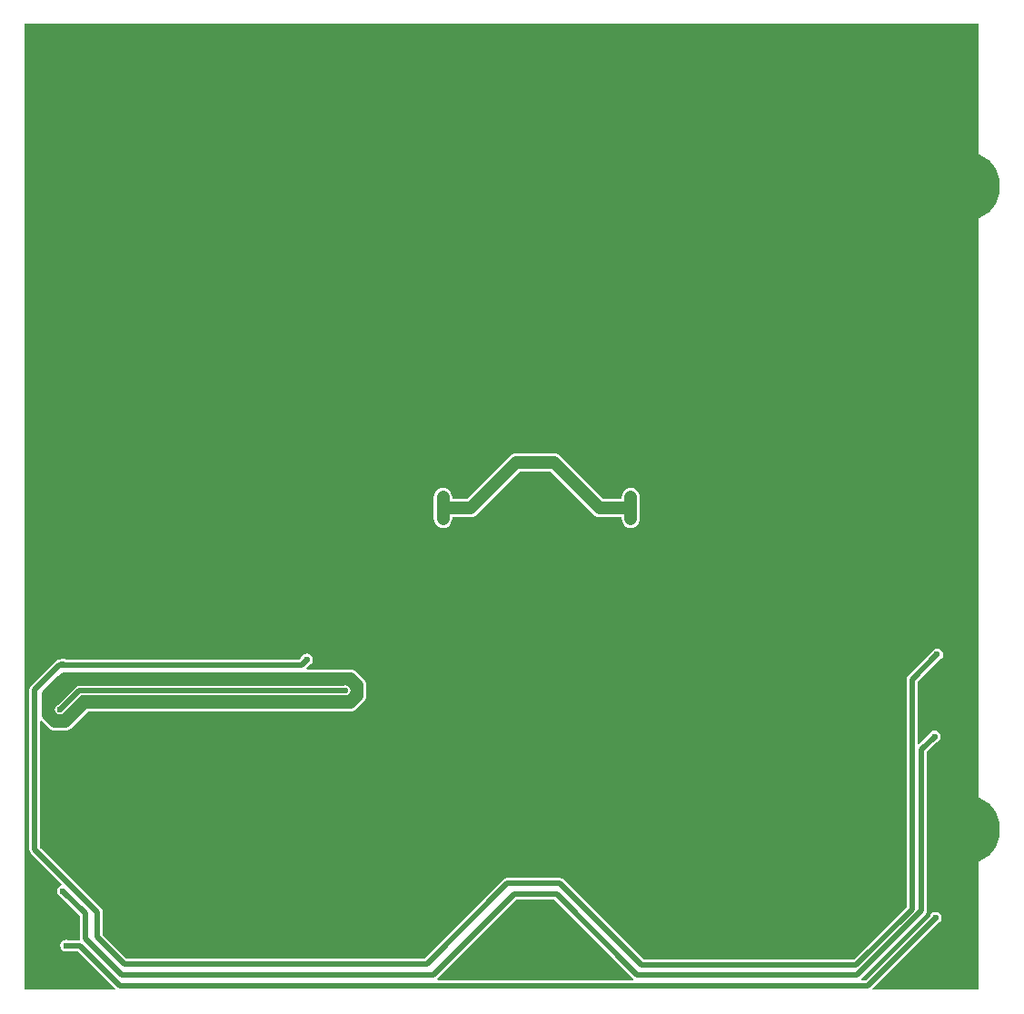
<source format=gtl>
%FSLAX44Y44*%
%MOMM*%
G71*
G01*
G75*
G04 Layer_Physical_Order=1*
G04 Layer_Color=255*
%ADD10C,0.5000*%
%ADD11C,1.0000*%
%ADD12C,1.2000*%
%ADD13C,6.5000*%
%ADD14C,0.6000*%
G36*
X1428395Y911395D02*
X1428518Y911313D01*
X1428149Y910098D01*
X1245851D01*
X1245482Y911313D01*
X1245605Y911395D01*
X1245605Y911395D01*
X1245605Y911395D01*
X1319112Y984902D01*
X1354888D01*
X1428395Y911395D01*
D02*
G37*
G36*
X1749895Y900895D02*
X1651764D01*
X1651278Y902068D01*
X1712000Y962790D01*
X1712146Y962819D01*
X1713965Y964035D01*
X1715181Y965854D01*
X1715608Y968000D01*
X1715181Y970146D01*
X1713965Y971965D01*
X1712146Y973181D01*
X1710000Y973608D01*
X1707854Y973181D01*
X1706035Y971965D01*
X1704819Y970146D01*
X1704790Y970000D01*
X1644888Y910098D01*
X1640851D01*
X1640482Y911313D01*
X1640605Y911395D01*
X1640605Y911395D01*
X1640605Y911395D01*
X1700605Y971395D01*
X1701710Y973049D01*
X1701774Y973373D01*
X1702098Y975000D01*
Y1122888D01*
X1711000Y1131790D01*
X1711146Y1131819D01*
X1712965Y1133035D01*
X1714181Y1134854D01*
X1714608Y1137000D01*
X1714181Y1139146D01*
X1712965Y1140965D01*
X1711146Y1142181D01*
X1709000Y1142608D01*
X1706854Y1142181D01*
X1705035Y1140965D01*
X1703819Y1139146D01*
X1703790Y1139000D01*
X1694271Y1129481D01*
X1693098Y1129967D01*
Y1187888D01*
X1713500Y1208290D01*
X1713646Y1208319D01*
X1715465Y1209535D01*
X1716681Y1211354D01*
X1717108Y1213500D01*
X1716681Y1215646D01*
X1715465Y1217465D01*
X1713646Y1218681D01*
X1711500Y1219108D01*
X1709354Y1218681D01*
X1707535Y1217465D01*
X1706319Y1215646D01*
X1706290Y1215500D01*
X1684395Y1193605D01*
X1683290Y1191951D01*
X1682902Y1190000D01*
Y978112D01*
X1633888Y929098D01*
X1438112D01*
X1363605Y1003605D01*
X1361951Y1004710D01*
X1360000Y1005098D01*
X1311000D01*
X1309049Y1004710D01*
X1307395Y1003605D01*
X1233888Y930098D01*
X956112D01*
X934098Y952112D01*
Y973000D01*
X933710Y974951D01*
X932605Y976605D01*
X875598Y1033612D01*
Y1151074D01*
X876771Y1151560D01*
X883680Y1144651D01*
X883680Y1144651D01*
X885247Y1143449D01*
D01*
D01*
Y1143449D01*
X885247Y1143449D01*
D01*
D01*
X885247D01*
Y1143449D01*
D01*
X885247D01*
Y1143449D01*
X887072Y1142693D01*
X889029Y1142435D01*
X889030Y1142435D01*
X898971D01*
X900928Y1142693D01*
X902219Y1143227D01*
X902753Y1143449D01*
X904320Y1144651D01*
X920104Y1160435D01*
X1164971D01*
X1166928Y1160693D01*
X1168219Y1161227D01*
X1168753Y1161449D01*
X1170320Y1162651D01*
X1177349Y1169680D01*
X1177349Y1169680D01*
X1178551Y1171247D01*
X1179307Y1173072D01*
X1179307Y1173072D01*
X1179307Y1173072D01*
X1179565Y1175030D01*
X1179565Y1175030D01*
Y1184970D01*
X1179565Y1184971D01*
X1179307Y1186928D01*
X1178551Y1188753D01*
X1177349Y1190320D01*
X1177349Y1190320D01*
X1170320Y1197349D01*
X1168753Y1198551D01*
X1168219Y1198773D01*
X1166928Y1199307D01*
X1164971Y1199565D01*
X1123934D01*
X1123448Y1200738D01*
X1126000Y1203290D01*
X1126146Y1203319D01*
X1127965Y1204535D01*
X1129181Y1206354D01*
X1129608Y1208500D01*
X1129181Y1210646D01*
X1127965Y1212465D01*
X1126146Y1213681D01*
X1124000Y1214108D01*
X1121854Y1213681D01*
X1120035Y1212465D01*
X1118819Y1210646D01*
X1118790Y1210500D01*
X1116888Y1208598D01*
X900018D01*
X899146Y1209181D01*
X897000Y1209608D01*
X894854Y1209181D01*
X893982Y1208598D01*
X893236D01*
X891286Y1208210D01*
X889632Y1207105D01*
X866895Y1184368D01*
X865790Y1182714D01*
X865402Y1180763D01*
Y1031500D01*
X865402Y1031500D01*
X865402D01*
X865790Y1029549D01*
X866895Y1027895D01*
X895366Y999425D01*
X894997Y998209D01*
X894854Y998181D01*
X893035Y996965D01*
X891819Y995146D01*
X891392Y993000D01*
X891819Y990854D01*
X893035Y989035D01*
X894854Y987819D01*
X895000Y987790D01*
X912902Y969888D01*
Y949000D01*
X912902Y949000D01*
X912902D01*
X913085Y948080D01*
X912279Y947098D01*
X902270D01*
X902146Y947181D01*
X900000Y947608D01*
X897854Y947181D01*
X896035Y945965D01*
X894819Y944146D01*
X894392Y942000D01*
X894819Y939854D01*
X896035Y938035D01*
X897854Y936819D01*
X900000Y936392D01*
X902146Y936819D01*
X902270Y936902D01*
X910888D01*
X945722Y902068D01*
X945236Y900895D01*
X860895D01*
Y1800895D01*
X1749895D01*
Y900895D01*
D02*
G37*
G36*
X1172000Y1185000D02*
Y1184971D01*
Y1178000D01*
X1164971Y1170971D01*
Y1168000D01*
X916264D01*
X901000Y1152737D01*
Y1150000D01*
X889029D01*
X882000Y1157029D01*
Y1175000D01*
X898000Y1191000D01*
Y1192000D01*
X1161000D01*
X1163000Y1194000D01*
X1172000Y1185000D01*
D02*
G37*
%LPC*%
G36*
X1354604Y1401073D02*
X1319396D01*
X1317177Y1400781D01*
X1315715Y1400176D01*
X1315109Y1399925D01*
X1313334Y1398562D01*
X1273345Y1358573D01*
X1259573D01*
Y1360000D01*
X1259281Y1362219D01*
X1258425Y1364287D01*
X1257062Y1366062D01*
X1255287Y1367425D01*
X1253219Y1368281D01*
X1251000Y1368573D01*
X1248781Y1368281D01*
X1246713Y1367425D01*
X1244938Y1366062D01*
X1243575Y1364287D01*
X1242719Y1362219D01*
X1242427Y1360000D01*
Y1350000D01*
Y1340000D01*
X1242719Y1337781D01*
X1243575Y1335713D01*
X1244938Y1333938D01*
X1246713Y1332575D01*
X1248781Y1331719D01*
X1251000Y1331427D01*
X1253219Y1331719D01*
X1255287Y1332575D01*
X1257062Y1333938D01*
X1258425Y1335713D01*
X1259281Y1337781D01*
X1259573Y1340000D01*
Y1341427D01*
X1276896D01*
X1279115Y1341719D01*
X1281183Y1342575D01*
X1282958Y1343938D01*
X1282958Y1343938D01*
X1282958Y1343938D01*
X1322947Y1383927D01*
X1351053D01*
X1391042Y1343938D01*
X1392817Y1342575D01*
X1394885Y1341719D01*
X1397104Y1341427D01*
X1417427D01*
Y1340000D01*
X1417719Y1337781D01*
X1418575Y1335713D01*
X1419938Y1333938D01*
X1421713Y1332575D01*
X1423781Y1331719D01*
X1426000Y1331427D01*
X1428219Y1331719D01*
X1430287Y1332575D01*
X1432062Y1333938D01*
X1433425Y1335713D01*
X1434281Y1337781D01*
X1434573Y1340000D01*
Y1350000D01*
Y1360000D01*
X1434281Y1362219D01*
X1433425Y1364287D01*
X1432062Y1366062D01*
X1430287Y1367425D01*
X1428219Y1368281D01*
X1426000Y1368573D01*
X1423781Y1368281D01*
X1421713Y1367425D01*
X1419938Y1366062D01*
X1418575Y1364287D01*
X1417719Y1362219D01*
X1417427Y1360000D01*
Y1358573D01*
X1400655D01*
X1360666Y1398562D01*
X1358891Y1399925D01*
X1358285Y1400176D01*
X1356823Y1400781D01*
X1354604Y1401073D01*
D02*
G37*
G36*
X1160000Y1184613D02*
X1158235Y1184261D01*
X1157997Y1184103D01*
X912000D01*
X910430Y1183791D01*
X909099Y1182901D01*
X892515Y1166317D01*
X892235Y1166262D01*
X890738Y1165262D01*
X889738Y1163765D01*
X889387Y1162000D01*
X889738Y1160235D01*
X890738Y1158738D01*
X892235Y1157738D01*
X894000Y1157387D01*
X895765Y1157738D01*
X897262Y1158738D01*
X898262Y1160235D01*
X898317Y1160515D01*
X913699Y1175897D01*
X1157997D01*
X1158235Y1175739D01*
X1160000Y1175387D01*
X1161765Y1175739D01*
X1163262Y1176738D01*
X1164261Y1178235D01*
X1164613Y1180000D01*
X1164261Y1181765D01*
X1163262Y1183262D01*
X1161765Y1184261D01*
X1160000Y1184613D01*
D02*
G37*
%LPD*%
D10*
X897000Y1204000D02*
X897500Y1203500D01*
X896500D02*
X897000Y1204000D01*
X1119000Y1203500D02*
X1124000Y1208500D01*
X929000Y950000D02*
Y973000D01*
X918000Y949000D02*
Y972000D01*
X1697000Y975000D02*
Y1125000D01*
X1688000Y976000D02*
Y1190000D01*
X900000Y942000D02*
X913000D01*
X893236Y1203500D02*
X896500D01*
X894000Y1162000D02*
X912000Y1180000D01*
X870500Y1180763D02*
X893236Y1203500D01*
X929000Y950000D02*
X954000Y925000D01*
X1697000Y1125000D02*
X1709000Y1137000D01*
X1688000Y1190000D02*
X1711500Y1213500D01*
X897000Y993000D02*
X918000Y972000D01*
X870500Y1031500D02*
Y1180763D01*
X1317000Y990000D02*
X1357000D01*
X1311000Y1000000D02*
X1360000D01*
X918000Y949000D02*
X952000Y915000D01*
X1637000D02*
X1697000Y975000D01*
X1636000Y924000D02*
X1688000Y976000D01*
X913000Y942000D02*
X950000Y905000D01*
X1357000Y990000D02*
X1432000Y915000D01*
X1360000Y1000000D02*
X1436000Y924000D01*
X1647000Y905000D02*
X1710000Y968000D01*
X870500Y1031500D02*
X929000Y973000D01*
X954000Y925000D02*
X1236000D01*
X897500Y1203500D02*
X1119000D01*
X952000Y915000D02*
X1242000D01*
X912000Y1180000D02*
X1160000D01*
X1242000Y915000D02*
X1317000Y990000D01*
X1236000Y925000D02*
X1311000Y1000000D01*
X950000Y905000D02*
X1647000D01*
X1436000Y924000D02*
X1636000D01*
X1432000Y915000D02*
X1637000D01*
D11*
X882000Y1157029D02*
Y1176000D01*
X889029Y1150000D02*
X898971D01*
X916264Y1167293D02*
Y1168000D01*
X893500Y1187500D02*
X898000Y1192000D01*
X893000Y1187000D02*
X894000D01*
X882000Y1176000D02*
X893000Y1187000D01*
X1172000Y1175030D02*
Y1184971D01*
X898971Y1150000D02*
X916264Y1167293D01*
X882000Y1157029D02*
X889029Y1150000D01*
X1164971Y1192000D02*
X1172000Y1184971D01*
X1122000Y1192000D02*
X1164971D01*
Y1168000D02*
X1172000Y1175030D01*
X916264Y1168000D02*
X1164971D01*
X898000Y1192000D02*
X1122000D01*
D12*
X1251000Y1340000D02*
Y1350000D01*
Y1360000D01*
X1426000Y1340000D02*
Y1350000D01*
Y1360000D01*
X1276896Y1350000D02*
X1319396Y1392500D01*
X1354604D02*
X1397104Y1350000D01*
X1251000D02*
X1276896D01*
X1397104D02*
X1426000D01*
X1319396Y1392500D02*
X1354604D01*
D13*
X1037000Y1350000D02*
D03*
X1337000D02*
D03*
X1637000D02*
D03*
X1737000Y1650000D02*
D03*
X1337000Y1750000D02*
D03*
X937000Y1650000D02*
D03*
Y1050000D02*
D03*
X1337000Y950000D02*
D03*
X1737000Y1050000D02*
D03*
D14*
X900000Y942000D02*
D03*
X1710000Y968000D02*
D03*
X1709000Y1137000D02*
D03*
X897000Y993000D02*
D03*
X894000Y1162000D02*
D03*
X1160000Y1180000D02*
D03*
X893500Y1187500D02*
D03*
X897000Y1204000D02*
D03*
X1124000Y1208500D02*
D03*
X1711500Y1213500D02*
D03*
X1022000Y1655000D02*
D03*
X1032000D02*
D03*
X1042000D02*
D03*
X1052000D02*
D03*
Y1645000D02*
D03*
X1042000D02*
D03*
X1032000D02*
D03*
X1022000D02*
D03*
X1012000D02*
D03*
Y1655000D02*
D03*
X1062000D02*
D03*
Y1645000D02*
D03*
Y1635000D02*
D03*
X1012000D02*
D03*
Y1665000D02*
D03*
X1622000Y1655000D02*
D03*
X1632000D02*
D03*
X1642000D02*
D03*
X1652000D02*
D03*
X1662000D02*
D03*
Y1665000D02*
D03*
Y1645000D02*
D03*
Y1635000D02*
D03*
X1652000Y1645000D02*
D03*
X1642000D02*
D03*
X1632000D02*
D03*
X1622000D02*
D03*
X1612000D02*
D03*
Y1655000D02*
D03*
Y1635000D02*
D03*
X1352000Y1155000D02*
D03*
X1342000D02*
D03*
X1332000D02*
D03*
X1322000D02*
D03*
X1312000D02*
D03*
Y1165000D02*
D03*
Y1145000D02*
D03*
Y1135000D02*
D03*
X1322000Y1145000D02*
D03*
X1332000D02*
D03*
X1342000D02*
D03*
X1352000D02*
D03*
X1362000D02*
D03*
Y1155000D02*
D03*
Y1165000D02*
D03*
X1022000Y1055000D02*
D03*
X1032000D02*
D03*
X1042000D02*
D03*
X1052000D02*
D03*
X1062000D02*
D03*
Y1065000D02*
D03*
Y1045000D02*
D03*
X1052000D02*
D03*
X1042000D02*
D03*
X1032000D02*
D03*
X1022000D02*
D03*
X1012000D02*
D03*
Y1035000D02*
D03*
Y1055000D02*
D03*
Y1065000D02*
D03*
X1622000Y1055000D02*
D03*
X1632000D02*
D03*
X1642000D02*
D03*
X1652000D02*
D03*
X1662000D02*
D03*
Y1065000D02*
D03*
Y1045000D02*
D03*
Y1035000D02*
D03*
X1652000Y1045000D02*
D03*
X1642000D02*
D03*
X1632000D02*
D03*
X1622000D02*
D03*
X1612000D02*
D03*
Y1055000D02*
D03*
Y1065000D02*
D03*
X1137000Y1350000D02*
D03*
Y1360000D02*
D03*
Y1340000D02*
D03*
Y1330000D02*
D03*
X1127000D02*
D03*
X1147000D02*
D03*
Y1370000D02*
D03*
X1137000D02*
D03*
X1127000D02*
D03*
X1157000D02*
D03*
Y1330000D02*
D03*
X1117000D02*
D03*
Y1370000D02*
D03*
X1537000Y1350000D02*
D03*
Y1360000D02*
D03*
Y1370000D02*
D03*
X1527000D02*
D03*
X1517000D02*
D03*
Y1330000D02*
D03*
X1527000D02*
D03*
X1537000D02*
D03*
Y1340000D02*
D03*
X1547000Y1330000D02*
D03*
X1557000D02*
D03*
X1547000Y1370000D02*
D03*
X1557000D02*
D03*
X1002000Y1655000D02*
D03*
Y1645000D02*
D03*
X1072000Y1655000D02*
D03*
Y1645000D02*
D03*
X1602000Y1655000D02*
D03*
Y1645000D02*
D03*
X1672000D02*
D03*
Y1655000D02*
D03*
X1602000Y1045000D02*
D03*
Y1055000D02*
D03*
X1672000D02*
D03*
Y1045000D02*
D03*
X1302000Y1145000D02*
D03*
Y1155000D02*
D03*
X1372000D02*
D03*
Y1145000D02*
D03*
X1612000Y1035000D02*
D03*
X1062000D02*
D03*
X1002000Y1045000D02*
D03*
Y1055000D02*
D03*
X1072000D02*
D03*
Y1045000D02*
D03*
X1362000Y1135000D02*
D03*
X1612000Y1665000D02*
D03*
X1062000D02*
D03*
X1137000Y1380000D02*
D03*
X1147000D02*
D03*
X1127000D02*
D03*
Y1320000D02*
D03*
X1137000D02*
D03*
X1147000D02*
D03*
X1537000Y1380000D02*
D03*
X1527000D02*
D03*
X1547000D02*
D03*
Y1320000D02*
D03*
X1537000D02*
D03*
X1527000D02*
D03*
X1322000Y1555000D02*
D03*
X1332000D02*
D03*
X1342000D02*
D03*
X1352000D02*
D03*
Y1545000D02*
D03*
X1342000D02*
D03*
X1332000D02*
D03*
X1322000D02*
D03*
X1312000D02*
D03*
X1302000D02*
D03*
Y1555000D02*
D03*
X1312000D02*
D03*
Y1565000D02*
D03*
Y1535000D02*
D03*
X1362000D02*
D03*
Y1545000D02*
D03*
Y1555000D02*
D03*
Y1565000D02*
D03*
X1372000Y1555000D02*
D03*
Y1545000D02*
D03*
X1426000Y1350000D02*
D03*
X1251000D02*
D03*
X1426000Y1360000D02*
D03*
Y1340000D02*
D03*
X1251000D02*
D03*
Y1360000D02*
D03*
X1122000Y1192000D02*
D03*
M02*

</source>
